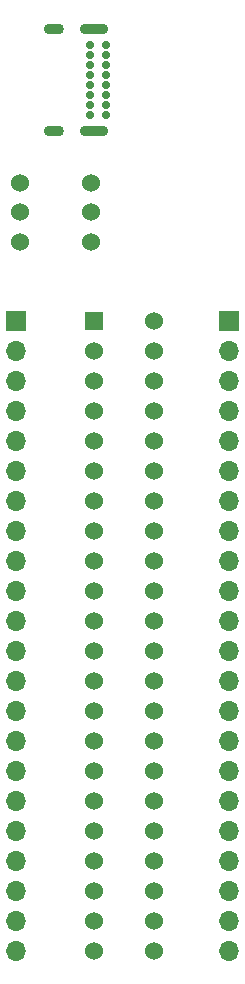
<source format=gbr>
G04 #@! TF.GenerationSoftware,KiCad,Pcbnew,(5.1.8)-1*
G04 #@! TF.CreationDate,2024-04-11T16:50:30-06:00*
G04 #@! TF.ProjectId,Breadboard Adapter,42726561-6462-46f6-9172-642041646170,rev?*
G04 #@! TF.SameCoordinates,Original*
G04 #@! TF.FileFunction,Soldermask,Bot*
G04 #@! TF.FilePolarity,Negative*
%FSLAX46Y46*%
G04 Gerber Fmt 4.6, Leading zero omitted, Abs format (unit mm)*
G04 Created by KiCad (PCBNEW (5.1.8)-1) date 2024-04-11 16:50:30*
%MOMM*%
%LPD*%
G01*
G04 APERTURE LIST*
%ADD10C,1.524000*%
%ADD11R,1.524000X1.524000*%
%ADD12O,1.700000X1.700000*%
%ADD13R,1.700000X1.700000*%
%ADD14O,1.700000X0.900000*%
%ADD15O,2.400000X0.900000*%
%ADD16C,0.700000*%
G04 APERTURE END LIST*
D10*
G04 #@! TO.C,J1*
X105410000Y-38100000D03*
X105410000Y-40640000D03*
X105410000Y-43180000D03*
X105410000Y-45720000D03*
X105410000Y-48260000D03*
X105410000Y-50800000D03*
X105410000Y-53340000D03*
X105410000Y-55880000D03*
X105410000Y-58420000D03*
X105410000Y-60960000D03*
X105410000Y-63500000D03*
X105410000Y-66040000D03*
X105410000Y-68580000D03*
X105410000Y-71120000D03*
X105410000Y-73660000D03*
X105410000Y-76200000D03*
X105410000Y-78740000D03*
X105410000Y-81280000D03*
X105410000Y-83820000D03*
X105410000Y-86360000D03*
X105410000Y-88900000D03*
X105410000Y-91440000D03*
X100330000Y-91440000D03*
X100330000Y-88900000D03*
X100330000Y-86360000D03*
X100330000Y-83820000D03*
X100330000Y-81280000D03*
X100330000Y-78740000D03*
X100330000Y-73660000D03*
X100330000Y-71120000D03*
X100330000Y-68580000D03*
X100330000Y-66040000D03*
X100330000Y-63500000D03*
X100330000Y-60960000D03*
X100330000Y-58420000D03*
X100330000Y-76200000D03*
D11*
X100330000Y-38100000D03*
D10*
X100330000Y-40640000D03*
X100330000Y-43180000D03*
X100330000Y-45720000D03*
X100330000Y-48260000D03*
X100330000Y-50800000D03*
X100330000Y-53340000D03*
X100330000Y-55880000D03*
G04 #@! TD*
D12*
G04 #@! TO.C,J4*
X111760000Y-91440000D03*
X111760000Y-88900000D03*
X111760000Y-86360000D03*
X111760000Y-83820000D03*
X111760000Y-81280000D03*
X111760000Y-78740000D03*
X111760000Y-76200000D03*
X111760000Y-73660000D03*
X111760000Y-71120000D03*
X111760000Y-68580000D03*
X111760000Y-66040000D03*
X111760000Y-63500000D03*
X111760000Y-60960000D03*
X111760000Y-58420000D03*
X111760000Y-55880000D03*
X111760000Y-53340000D03*
X111760000Y-50800000D03*
X111760000Y-48260000D03*
X111760000Y-45720000D03*
X111760000Y-43180000D03*
X111760000Y-40640000D03*
D13*
X111760000Y-38100000D03*
G04 #@! TD*
D12*
G04 #@! TO.C,J3*
X93726000Y-91440000D03*
X93726000Y-88900000D03*
X93726000Y-86360000D03*
X93726000Y-83820000D03*
X93726000Y-81280000D03*
X93726000Y-78740000D03*
X93726000Y-76200000D03*
X93726000Y-73660000D03*
X93726000Y-71120000D03*
X93726000Y-68580000D03*
X93726000Y-66040000D03*
X93726000Y-63500000D03*
X93726000Y-60960000D03*
X93726000Y-58420000D03*
X93726000Y-55880000D03*
X93726000Y-53340000D03*
X93726000Y-50800000D03*
X93726000Y-48260000D03*
X93726000Y-45720000D03*
X93726000Y-43180000D03*
X93726000Y-40640000D03*
D13*
X93726000Y-38100000D03*
G04 #@! TD*
D10*
G04 #@! TO.C,SW1*
X94076000Y-31416000D03*
X94076000Y-28916000D03*
X94076000Y-26416000D03*
X100076000Y-26416000D03*
X100076000Y-28916000D03*
X100076000Y-31416000D03*
G04 #@! TD*
D14*
G04 #@! TO.C,J2*
X96986000Y-22032000D03*
X96986000Y-13382000D03*
D15*
X100366000Y-22032000D03*
X100366000Y-13382000D03*
D16*
X99996000Y-18132000D03*
X99996000Y-20682000D03*
X99996000Y-19832000D03*
X99996000Y-18982000D03*
X99996000Y-14732000D03*
X99996000Y-16432000D03*
X99996000Y-17282000D03*
X99996000Y-15582000D03*
X101346000Y-20682000D03*
X101346000Y-19832000D03*
X101346000Y-18982000D03*
X101346000Y-18132000D03*
X101346000Y-17282000D03*
X101346000Y-16432000D03*
X101346000Y-15582000D03*
X101346000Y-14732000D03*
G04 #@! TD*
M02*

</source>
